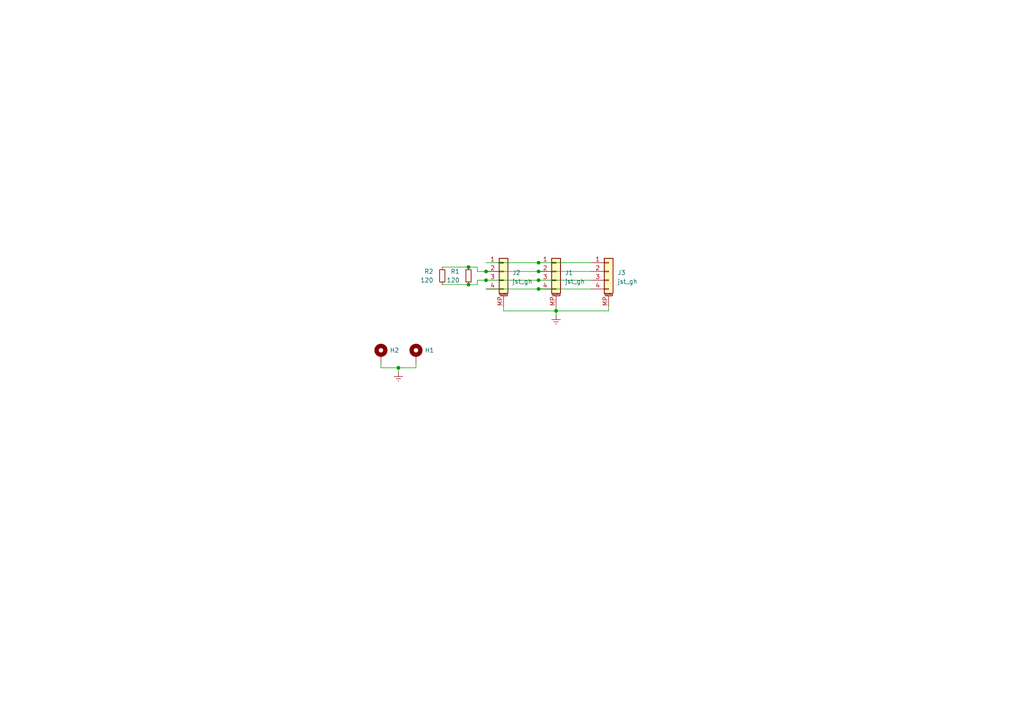
<source format=kicad_sch>
(kicad_sch (version 20230121) (generator eeschema)
  (paper "A4")
  (lib_symbols
    (symbol "Connector_Generic_MountingPin:Conn_01x04_MountingPin" (pin_names (offset 1.016) hide)
      (property "Reference" "J" (at 0 5.08 0))
      (property "Value" "Conn_01x04_MountingPin" (at 1.27 -7.62 0))
      (symbol "Conn_01x04_MountingPin_1_1"
        (rectangle (start -1.27 -4.953) (end 0 -5.207) (stroke (width 0.1524)))
        (rectangle (start -1.27 -2.413) (end 0 -2.667) (stroke (width 0.1524)))
        (rectangle (start -1.27 0.127) (end 0 -0.127) (stroke (width 0.1524)))
        (rectangle (start -1.27 2.667) (end 0 2.413) (stroke (width 0.1524)))
        (rectangle (start -1.27 3.81) (end 1.27 -6.35) (stroke (width 0.254)) (fill (type background)))
        (polyline (pts (xy -1.016 -7.112) (xy 1.016 -7.112)) (stroke (width 0.1524)))
        (text "Mounting" (at 0 -6.731 0) (effects (font (size 0.381 0.381))))
        (pin passive line (at -5.08 2.54 0) (length 3.81) (name "Pin_1") (number "1"))
        (pin passive line (at -5.08 0 0) (length 3.81) (name "Pin_2") (number "2"))
        (pin passive line (at -5.08 -2.54 0) (length 3.81) (name "Pin_3") (number "3"))
        (pin passive line (at -5.08 -5.08 0) (length 3.81) (name "Pin_4") (number "4"))
        (pin passive line (at 0 -10.16 90) (length 3.048) (name "MountPin") (number "MP"))
      )
    )
    (symbol "Device:R_Small" (pin_numbers hide) (pin_names (offset 0.254) hide)
      (property "Reference" "R" (at 0.762 0.508 0))
      (property "Value" "R_Small" (at 0.762 -1.016 0))
      (symbol "R_Small_0_1"
        (rectangle (start -0.762 1.778) (end 0.762 -1.778) (stroke (width 0.2032)))
      )
      (symbol "R_Small_1_1"
        (pin passive line (at 0 2.54 270) (length 0.762) (name "~") (number "1"))
        (pin passive line (at 0 -2.54 90) (length 0.762) (name "~") (number "2"))
      )
    )
    (symbol "Mechanical:MountingHole_Pad" (pin_numbers hide) (pin_names (offset 1.016) hide)
      (property "Reference" "H" (at 0 6.35 0))
      (property "Value" "MountingHole_Pad" (at 0 4.445 0))
      (symbol "MountingHole_Pad_0_1"
        (circle (center 0 1.27) (radius 1.27) (stroke (width 1.27)))
      )
      (symbol "MountingHole_Pad_1_1"
        (pin input line (at 0 -2.54 90) (length 2.54) (name "1") (number "1"))
      )
    )
    (symbol "power:Earth" (power) (pin_names (offset 0))
      (symbol "Earth_0_1"
        (polyline (pts (xy -0.635 -1.905) (xy 0.635 -1.905)))
        (polyline (pts (xy -0.127 -2.54) (xy 0.127 -2.54)))
        (polyline (pts (xy 0 -1.27) (xy 0 0)))
        (polyline (pts (xy 1.27 -1.27) (xy -1.27 -1.27)))
      )
      (symbol "Earth_1_1"
        (pin power_in line (at 0 0 270) (length 0) hide (name "Earth") (number "1"))
      )
    )
  )
  (junction (at 156.21 76.2))
  (junction (at 156.21 78.74))
  (junction (at 156.21 83.82))
  (junction (at 140.97 78.74))
  (junction (at 115.57 106.68))
  (junction (at 156.21 81.28))
  (junction (at 140.97 81.28))
  (junction (at 135.89 82.55))
  (junction (at 161.29 90.17))
  (junction (at 135.89 77.47))
  (wire (pts (xy 138.43 82.55) (xy 138.43 81.28)))
  (wire (pts (xy 128.27 82.55) (xy 135.89 82.55)))
  (wire (pts (xy 135.89 82.55) (xy 138.43 82.55)))
  (wire (pts (xy 120.65 106.68) (xy 120.65 105.41)))
  (wire (pts (xy 156.21 78.74) (xy 171.45 78.74)))
  (wire (pts (xy 110.49 105.41) (xy 110.49 106.68)))
  (wire (pts (xy 140.97 78.74) (xy 156.21 78.74)))
  (wire (pts (xy 138.43 78.74) (xy 140.97 78.74)))
  (wire (pts (xy 156.21 76.2) (xy 171.45 76.2)))
  (wire (pts (xy 161.29 88.9) (xy 161.29 90.17)))
  (wire (pts (xy 140.97 81.28) (xy 156.21 81.28)))
  (wire (pts (xy 161.29 90.17) (xy 176.53 90.17)))
  (wire (pts (xy 140.97 83.82) (xy 156.21 83.82)))
  (wire (pts (xy 135.89 77.47) (xy 138.43 77.47)))
  (wire (pts (xy 128.27 77.47) (xy 135.89 77.47)))
  (wire (pts (xy 115.57 106.68) (xy 115.57 107.95)))
  (wire (pts (xy 146.05 88.9) (xy 146.05 90.17)))
  (wire (pts (xy 176.53 90.17) (xy 176.53 88.9)))
  (wire (pts (xy 156.21 81.28) (xy 171.45 81.28)))
  (wire (pts (xy 146.05 90.17) (xy 161.29 90.17)))
  (wire (pts (xy 110.49 106.68) (xy 115.57 106.68)))
  (wire (pts (xy 161.29 90.17) (xy 161.29 91.44)))
  (wire (pts (xy 140.97 76.2) (xy 156.21 76.2)))
  (wire (pts (xy 115.57 106.68) (xy 120.65 106.68)))
  (wire (pts (xy 138.43 77.47) (xy 138.43 78.74)))
  (wire (pts (xy 156.21 83.82) (xy 171.45 83.82)))
  (wire (pts (xy 138.43 81.28) (xy 140.97 81.28)))
  (symbol (lib_id "power:Earth") (at 115.57 107.95 0) (unit 1)
    (property "Reference" "#PWR02" (effects hide))
    (property "Value" "Earth" (effects hide))
  )
  (symbol (lib_id "Device:R_Small") (at 135.89 80.01 0) (mirror x) (unit 1)
    (property "Reference" "R1" (at 133.35 78.74 0) (effects (justify right)))
    (property "Value" "120" (at 133.35 81.28 0) (effects (justify right)))
    (property "Footprint" "Resistor_SMD:R_0603_1608Metric_Pad0.98x0.95mm_HandSolder" (effects hide))
  )
  (symbol (lib_id "Mechanical:MountingHole_Pad") (at 110.49 102.87 0) (unit 1)
    (property "Reference" "H2" (at 113.03 101.6 0) (effects (justify left)))
    (property "Value" "MountingHole_Pad" (effects hide))
    (property "Footprint" "MountingHole:MountingHole_2.2mm_M2_ISO14580_Pad" (effects hide))
  )
  (symbol (lib_id "power:Earth") (at 161.29 91.44 0) (unit 1)
    (property "Reference" "#PWR01" (effects hide))
    (property "Value" "Earth" (effects hide))
  )
  (symbol (lib_id "Connector_Generic_MountingPin:Conn_01x04_MountingPin") (at 161.29 78.74 0) (unit 1)
    (property "Reference" "J1" (at 163.83 79.0956 0) (effects (justify left)))
    (property "Value" "jst_gh" (at 163.83 81.6356 0) (effects (justify left)))
    (property "Footprint" "Connector_JST:JST_GH_BM04B-GHS-TBT_1x04-1MP_P1.25mm_Vertical" (effects hide))
  )
  (symbol (lib_id "Mechanical:MountingHole_Pad") (at 120.65 102.87 0) (unit 1)
    (property "Reference" "H1" (at 123.19 101.6 0) (effects (justify left)))
    (property "Value" "MountingHole_Pad" (effects hide))
    (property "Footprint" "MountingHole:MountingHole_2.2mm_M2_ISO14580_Pad" (effects hide))
  )
  (symbol (lib_id "Connector_Generic_MountingPin:Conn_01x04_MountingPin") (at 146.05 78.74 0) (unit 1)
    (property "Reference" "J2" (at 148.59 79.0956 0) (effects (justify left)))
    (property "Value" "jst_gh" (at 148.59 81.6356 0) (effects (justify left)))
    (property "Footprint" "Connector_JST:JST_GH_BM04B-GHS-TBT_1x04-1MP_P1.25mm_Vertical" (effects hide))
  )
  (symbol (lib_id "Device:R_Small") (at 128.27 80.01 0) (mirror x) (unit 1)
    (property "Reference" "R2" (at 125.73 78.74 0) (effects (justify right)))
    (property "Value" "120" (at 125.73 81.28 0) (effects (justify right)))
    (property "Footprint" "Resistor_SMD:R_0603_1608Metric_Pad0.98x0.95mm_HandSolder" (effects hide))
  )
  (symbol (lib_id "Connector_Generic_MountingPin:Conn_01x04_MountingPin") (at 176.53 78.74 0) (unit 1)
    (property "Reference" "J3" (at 179.07 79.0956 0) (effects (justify left)))
    (property "Value" "jst_gh" (at 179.07 81.6356 0) (effects (justify left)))
    (property "Footprint" "Connector_JST:JST_GH_BM04B-GHS-TBT_1x04-1MP_P1.25mm_Vertical" (effects hide))
  )
)
</source>
